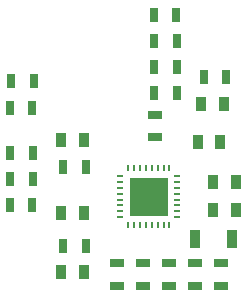
<source format=gbp>
G04*
G04 #@! TF.GenerationSoftware,Altium Limited,Altium Designer,21.9.2 (33)*
G04*
G04 Layer_Color=128*
%FSLAX44Y44*%
%MOMM*%
G71*
G04*
G04 #@! TF.SameCoordinates,E4C3A579-B693-4A56-8CB7-AE82ACC2EB58*
G04*
G04*
G04 #@! TF.FilePolarity,Positive*
G04*
G01*
G75*
%ADD29R,3.3000X3.3000*%
%ADD30R,0.6000X0.2300*%
%ADD31R,0.2300X0.6000*%
%ADD32R,1.3000X0.7000*%
%ADD33R,0.9000X1.6000*%
%ADD34R,0.9000X1.3000*%
%ADD35R,0.7000X1.3000*%
D29*
X250000Y250000D02*
D03*
D30*
X274000Y267500D02*
D03*
X226000D02*
D03*
Y262500D02*
D03*
Y257500D02*
D03*
Y252500D02*
D03*
Y247500D02*
D03*
Y242500D02*
D03*
Y237500D02*
D03*
Y232500D02*
D03*
X274000D02*
D03*
Y237500D02*
D03*
Y242500D02*
D03*
Y247500D02*
D03*
Y252500D02*
D03*
Y257500D02*
D03*
Y262500D02*
D03*
D31*
X267500Y274000D02*
D03*
X262500D02*
D03*
X257500D02*
D03*
X252500D02*
D03*
X247500D02*
D03*
X242500D02*
D03*
X237500D02*
D03*
X232500D02*
D03*
Y226000D02*
D03*
X237500D02*
D03*
X242500D02*
D03*
X247500D02*
D03*
X252500D02*
D03*
X257500D02*
D03*
X262500D02*
D03*
X267500D02*
D03*
D32*
X223000Y174500D02*
D03*
Y193500D02*
D03*
X245000Y193500D02*
D03*
Y174500D02*
D03*
X267000D02*
D03*
Y193500D02*
D03*
X289000D02*
D03*
Y174500D02*
D03*
X311000Y174500D02*
D03*
Y193500D02*
D03*
X255000Y319500D02*
D03*
Y300500D02*
D03*
D33*
X320500Y214000D02*
D03*
X289500D02*
D03*
D34*
X304500Y239000D02*
D03*
X323500D02*
D03*
X323500Y262000D02*
D03*
X304500D02*
D03*
X310500Y296000D02*
D03*
X291500D02*
D03*
X294500Y328000D02*
D03*
X313500D02*
D03*
X195000Y186000D02*
D03*
X176000D02*
D03*
X176000Y236000D02*
D03*
X195000D02*
D03*
X176000Y298000D02*
D03*
X195000D02*
D03*
D35*
X296500Y351000D02*
D03*
X315500D02*
D03*
X254000Y404000D02*
D03*
X273000D02*
D03*
X273500Y382000D02*
D03*
X254500D02*
D03*
X273500Y360000D02*
D03*
X254500D02*
D03*
X273500Y338000D02*
D03*
X254500D02*
D03*
X196778Y208000D02*
D03*
X177778D02*
D03*
X196524Y275000D02*
D03*
X177524D02*
D03*
X132500Y243000D02*
D03*
X151500D02*
D03*
X151754Y265000D02*
D03*
X132754D02*
D03*
X132754Y287000D02*
D03*
X151754D02*
D03*
X132500Y325000D02*
D03*
X151500D02*
D03*
X152500Y348000D02*
D03*
X133500D02*
D03*
M02*

</source>
